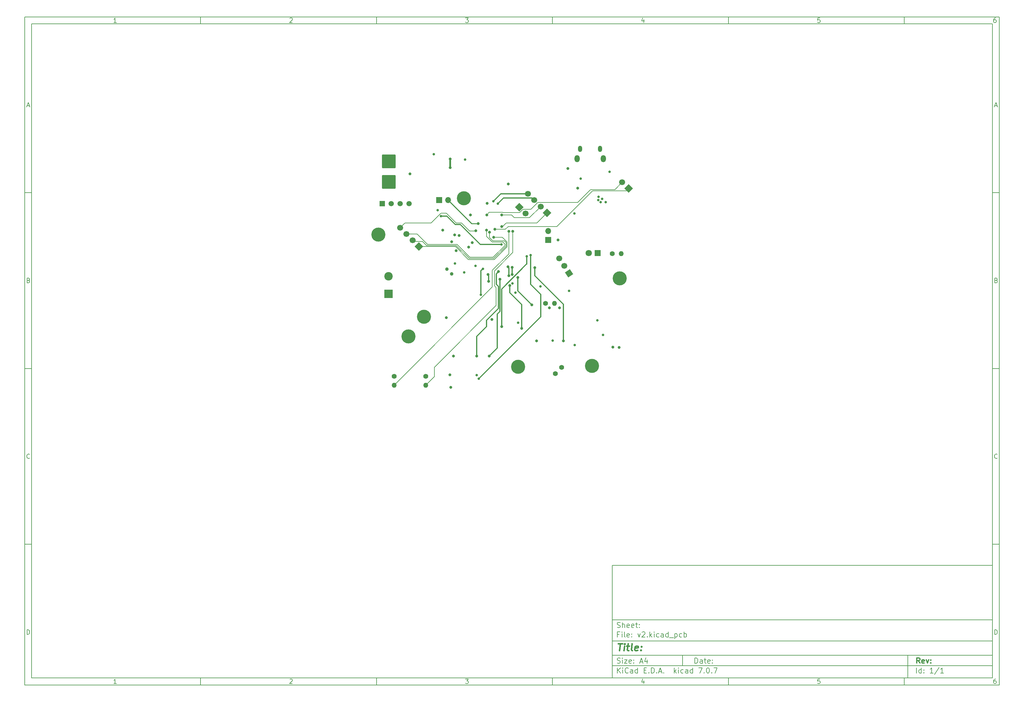
<source format=gbl>
%TF.GenerationSoftware,KiCad,Pcbnew,7.0.7*%
%TF.CreationDate,2024-09-06T13:37:17+03:00*%
%TF.ProjectId,v2,76322e6b-6963-4616-945f-706362585858,rev?*%
%TF.SameCoordinates,Original*%
%TF.FileFunction,Copper,L4,Bot*%
%TF.FilePolarity,Positive*%
%FSLAX46Y46*%
G04 Gerber Fmt 4.6, Leading zero omitted, Abs format (unit mm)*
G04 Created by KiCad (PCBNEW 7.0.7) date 2024-09-06 13:37:17*
%MOMM*%
%LPD*%
G01*
G04 APERTURE LIST*
G04 Aperture macros list*
%AMRoundRect*
0 Rectangle with rounded corners*
0 $1 Rounding radius*
0 $2 $3 $4 $5 $6 $7 $8 $9 X,Y pos of 4 corners*
0 Add a 4 corners polygon primitive as box body*
4,1,4,$2,$3,$4,$5,$6,$7,$8,$9,$2,$3,0*
0 Add four circle primitives for the rounded corners*
1,1,$1+$1,$2,$3*
1,1,$1+$1,$4,$5*
1,1,$1+$1,$6,$7*
1,1,$1+$1,$8,$9*
0 Add four rect primitives between the rounded corners*
20,1,$1+$1,$2,$3,$4,$5,0*
20,1,$1+$1,$4,$5,$6,$7,0*
20,1,$1+$1,$6,$7,$8,$9,0*
20,1,$1+$1,$8,$9,$2,$3,0*%
%AMHorizOval*
0 Thick line with rounded ends*
0 $1 width*
0 $2 $3 position (X,Y) of the first rounded end (center of the circle)*
0 $4 $5 position (X,Y) of the second rounded end (center of the circle)*
0 Add line between two ends*
20,1,$1,$2,$3,$4,$5,0*
0 Add two circle primitives to create the rounded ends*
1,1,$1,$2,$3*
1,1,$1,$4,$5*%
%AMRotRect*
0 Rectangle, with rotation*
0 The origin of the aperture is its center*
0 $1 length*
0 $2 width*
0 $3 Rotation angle, in degrees counterclockwise*
0 Add horizontal line*
21,1,$1,$2,0,0,$3*%
G04 Aperture macros list end*
%ADD10C,0.100000*%
%ADD11C,0.150000*%
%ADD12C,0.300000*%
%ADD13C,0.400000*%
%TA.AperFunction,ComponentPad*%
%ADD14RoundRect,0.250002X-1.699998X-1.699998X1.699998X-1.699998X1.699998X1.699998X-1.699998X1.699998X0*%
%TD*%
%TA.AperFunction,ComponentPad*%
%ADD15RotRect,1.700000X1.700000X225.000000*%
%TD*%
%TA.AperFunction,ComponentPad*%
%ADD16HorizOval,1.700000X0.000000X0.000000X0.000000X0.000000X0*%
%TD*%
%TA.AperFunction,ComponentPad*%
%ADD17C,1.400000*%
%TD*%
%TA.AperFunction,ComponentPad*%
%ADD18O,1.400000X1.400000*%
%TD*%
%TA.AperFunction,ComponentPad*%
%ADD19R,1.700000X1.700000*%
%TD*%
%TA.AperFunction,ComponentPad*%
%ADD20O,1.700000X1.700000*%
%TD*%
%TA.AperFunction,ComponentPad*%
%ADD21C,4.000000*%
%TD*%
%TA.AperFunction,ComponentPad*%
%ADD22RotRect,1.700000X1.700000X214.000000*%
%TD*%
%TA.AperFunction,ComponentPad*%
%ADD23HorizOval,1.700000X0.000000X0.000000X0.000000X0.000000X0*%
%TD*%
%TA.AperFunction,ComponentPad*%
%ADD24O,1.450000X2.000000*%
%TD*%
%TA.AperFunction,ComponentPad*%
%ADD25O,1.150000X1.800000*%
%TD*%
%TA.AperFunction,ComponentPad*%
%ADD26R,1.800000X1.800000*%
%TD*%
%TA.AperFunction,ComponentPad*%
%ADD27C,1.800000*%
%TD*%
%TA.AperFunction,ComponentPad*%
%ADD28R,2.400000X2.400000*%
%TD*%
%TA.AperFunction,ComponentPad*%
%ADD29C,2.400000*%
%TD*%
%TA.AperFunction,ComponentPad*%
%ADD30HorizOval,1.400000X0.000000X0.000000X0.000000X0.000000X0*%
%TD*%
%TA.AperFunction,ComponentPad*%
%ADD31C,1.000000*%
%TD*%
%TA.AperFunction,ComponentPad*%
%ADD32RotRect,1.700000X1.700000X45.000000*%
%TD*%
%TA.AperFunction,ComponentPad*%
%ADD33HorizOval,1.700000X0.000000X0.000000X0.000000X0.000000X0*%
%TD*%
%TA.AperFunction,ComponentPad*%
%ADD34R,1.500000X1.500000*%
%TD*%
%TA.AperFunction,ComponentPad*%
%ADD35C,1.500000*%
%TD*%
%TA.AperFunction,ViaPad*%
%ADD36C,0.700000*%
%TD*%
%TA.AperFunction,ViaPad*%
%ADD37C,0.800000*%
%TD*%
%TA.AperFunction,Conductor*%
%ADD38C,0.500000*%
%TD*%
%TA.AperFunction,Conductor*%
%ADD39C,0.250000*%
%TD*%
%TA.AperFunction,Conductor*%
%ADD40C,0.300000*%
%TD*%
%TA.AperFunction,Conductor*%
%ADD41C,0.200000*%
%TD*%
G04 APERTURE END LIST*
D10*
D11*
X177002200Y-166007200D02*
X285002200Y-166007200D01*
X285002200Y-198007200D01*
X177002200Y-198007200D01*
X177002200Y-166007200D01*
D10*
D11*
X10000000Y-10000000D02*
X287002200Y-10000000D01*
X287002200Y-200007200D01*
X10000000Y-200007200D01*
X10000000Y-10000000D01*
D10*
D11*
X12000000Y-12000000D02*
X285002200Y-12000000D01*
X285002200Y-198007200D01*
X12000000Y-198007200D01*
X12000000Y-12000000D01*
D10*
D11*
X60000000Y-12000000D02*
X60000000Y-10000000D01*
D10*
D11*
X110000000Y-12000000D02*
X110000000Y-10000000D01*
D10*
D11*
X160000000Y-12000000D02*
X160000000Y-10000000D01*
D10*
D11*
X210000000Y-12000000D02*
X210000000Y-10000000D01*
D10*
D11*
X260000000Y-12000000D02*
X260000000Y-10000000D01*
D10*
D11*
X36089160Y-11593604D02*
X35346303Y-11593604D01*
X35717731Y-11593604D02*
X35717731Y-10293604D01*
X35717731Y-10293604D02*
X35593922Y-10479319D01*
X35593922Y-10479319D02*
X35470112Y-10603128D01*
X35470112Y-10603128D02*
X35346303Y-10665033D01*
D10*
D11*
X85346303Y-10417414D02*
X85408207Y-10355509D01*
X85408207Y-10355509D02*
X85532017Y-10293604D01*
X85532017Y-10293604D02*
X85841541Y-10293604D01*
X85841541Y-10293604D02*
X85965350Y-10355509D01*
X85965350Y-10355509D02*
X86027255Y-10417414D01*
X86027255Y-10417414D02*
X86089160Y-10541223D01*
X86089160Y-10541223D02*
X86089160Y-10665033D01*
X86089160Y-10665033D02*
X86027255Y-10850747D01*
X86027255Y-10850747D02*
X85284398Y-11593604D01*
X85284398Y-11593604D02*
X86089160Y-11593604D01*
D10*
D11*
X135284398Y-10293604D02*
X136089160Y-10293604D01*
X136089160Y-10293604D02*
X135655826Y-10788842D01*
X135655826Y-10788842D02*
X135841541Y-10788842D01*
X135841541Y-10788842D02*
X135965350Y-10850747D01*
X135965350Y-10850747D02*
X136027255Y-10912652D01*
X136027255Y-10912652D02*
X136089160Y-11036461D01*
X136089160Y-11036461D02*
X136089160Y-11345985D01*
X136089160Y-11345985D02*
X136027255Y-11469795D01*
X136027255Y-11469795D02*
X135965350Y-11531700D01*
X135965350Y-11531700D02*
X135841541Y-11593604D01*
X135841541Y-11593604D02*
X135470112Y-11593604D01*
X135470112Y-11593604D02*
X135346303Y-11531700D01*
X135346303Y-11531700D02*
X135284398Y-11469795D01*
D10*
D11*
X185965350Y-10726938D02*
X185965350Y-11593604D01*
X185655826Y-10231700D02*
X185346303Y-11160271D01*
X185346303Y-11160271D02*
X186151064Y-11160271D01*
D10*
D11*
X236027255Y-10293604D02*
X235408207Y-10293604D01*
X235408207Y-10293604D02*
X235346303Y-10912652D01*
X235346303Y-10912652D02*
X235408207Y-10850747D01*
X235408207Y-10850747D02*
X235532017Y-10788842D01*
X235532017Y-10788842D02*
X235841541Y-10788842D01*
X235841541Y-10788842D02*
X235965350Y-10850747D01*
X235965350Y-10850747D02*
X236027255Y-10912652D01*
X236027255Y-10912652D02*
X236089160Y-11036461D01*
X236089160Y-11036461D02*
X236089160Y-11345985D01*
X236089160Y-11345985D02*
X236027255Y-11469795D01*
X236027255Y-11469795D02*
X235965350Y-11531700D01*
X235965350Y-11531700D02*
X235841541Y-11593604D01*
X235841541Y-11593604D02*
X235532017Y-11593604D01*
X235532017Y-11593604D02*
X235408207Y-11531700D01*
X235408207Y-11531700D02*
X235346303Y-11469795D01*
D10*
D11*
X285965350Y-10293604D02*
X285717731Y-10293604D01*
X285717731Y-10293604D02*
X285593922Y-10355509D01*
X285593922Y-10355509D02*
X285532017Y-10417414D01*
X285532017Y-10417414D02*
X285408207Y-10603128D01*
X285408207Y-10603128D02*
X285346303Y-10850747D01*
X285346303Y-10850747D02*
X285346303Y-11345985D01*
X285346303Y-11345985D02*
X285408207Y-11469795D01*
X285408207Y-11469795D02*
X285470112Y-11531700D01*
X285470112Y-11531700D02*
X285593922Y-11593604D01*
X285593922Y-11593604D02*
X285841541Y-11593604D01*
X285841541Y-11593604D02*
X285965350Y-11531700D01*
X285965350Y-11531700D02*
X286027255Y-11469795D01*
X286027255Y-11469795D02*
X286089160Y-11345985D01*
X286089160Y-11345985D02*
X286089160Y-11036461D01*
X286089160Y-11036461D02*
X286027255Y-10912652D01*
X286027255Y-10912652D02*
X285965350Y-10850747D01*
X285965350Y-10850747D02*
X285841541Y-10788842D01*
X285841541Y-10788842D02*
X285593922Y-10788842D01*
X285593922Y-10788842D02*
X285470112Y-10850747D01*
X285470112Y-10850747D02*
X285408207Y-10912652D01*
X285408207Y-10912652D02*
X285346303Y-11036461D01*
D10*
D11*
X60000000Y-198007200D02*
X60000000Y-200007200D01*
D10*
D11*
X110000000Y-198007200D02*
X110000000Y-200007200D01*
D10*
D11*
X160000000Y-198007200D02*
X160000000Y-200007200D01*
D10*
D11*
X210000000Y-198007200D02*
X210000000Y-200007200D01*
D10*
D11*
X260000000Y-198007200D02*
X260000000Y-200007200D01*
D10*
D11*
X36089160Y-199600804D02*
X35346303Y-199600804D01*
X35717731Y-199600804D02*
X35717731Y-198300804D01*
X35717731Y-198300804D02*
X35593922Y-198486519D01*
X35593922Y-198486519D02*
X35470112Y-198610328D01*
X35470112Y-198610328D02*
X35346303Y-198672233D01*
D10*
D11*
X85346303Y-198424614D02*
X85408207Y-198362709D01*
X85408207Y-198362709D02*
X85532017Y-198300804D01*
X85532017Y-198300804D02*
X85841541Y-198300804D01*
X85841541Y-198300804D02*
X85965350Y-198362709D01*
X85965350Y-198362709D02*
X86027255Y-198424614D01*
X86027255Y-198424614D02*
X86089160Y-198548423D01*
X86089160Y-198548423D02*
X86089160Y-198672233D01*
X86089160Y-198672233D02*
X86027255Y-198857947D01*
X86027255Y-198857947D02*
X85284398Y-199600804D01*
X85284398Y-199600804D02*
X86089160Y-199600804D01*
D10*
D11*
X135284398Y-198300804D02*
X136089160Y-198300804D01*
X136089160Y-198300804D02*
X135655826Y-198796042D01*
X135655826Y-198796042D02*
X135841541Y-198796042D01*
X135841541Y-198796042D02*
X135965350Y-198857947D01*
X135965350Y-198857947D02*
X136027255Y-198919852D01*
X136027255Y-198919852D02*
X136089160Y-199043661D01*
X136089160Y-199043661D02*
X136089160Y-199353185D01*
X136089160Y-199353185D02*
X136027255Y-199476995D01*
X136027255Y-199476995D02*
X135965350Y-199538900D01*
X135965350Y-199538900D02*
X135841541Y-199600804D01*
X135841541Y-199600804D02*
X135470112Y-199600804D01*
X135470112Y-199600804D02*
X135346303Y-199538900D01*
X135346303Y-199538900D02*
X135284398Y-199476995D01*
D10*
D11*
X185965350Y-198734138D02*
X185965350Y-199600804D01*
X185655826Y-198238900D02*
X185346303Y-199167471D01*
X185346303Y-199167471D02*
X186151064Y-199167471D01*
D10*
D11*
X236027255Y-198300804D02*
X235408207Y-198300804D01*
X235408207Y-198300804D02*
X235346303Y-198919852D01*
X235346303Y-198919852D02*
X235408207Y-198857947D01*
X235408207Y-198857947D02*
X235532017Y-198796042D01*
X235532017Y-198796042D02*
X235841541Y-198796042D01*
X235841541Y-198796042D02*
X235965350Y-198857947D01*
X235965350Y-198857947D02*
X236027255Y-198919852D01*
X236027255Y-198919852D02*
X236089160Y-199043661D01*
X236089160Y-199043661D02*
X236089160Y-199353185D01*
X236089160Y-199353185D02*
X236027255Y-199476995D01*
X236027255Y-199476995D02*
X235965350Y-199538900D01*
X235965350Y-199538900D02*
X235841541Y-199600804D01*
X235841541Y-199600804D02*
X235532017Y-199600804D01*
X235532017Y-199600804D02*
X235408207Y-199538900D01*
X235408207Y-199538900D02*
X235346303Y-199476995D01*
D10*
D11*
X285965350Y-198300804D02*
X285717731Y-198300804D01*
X285717731Y-198300804D02*
X285593922Y-198362709D01*
X285593922Y-198362709D02*
X285532017Y-198424614D01*
X285532017Y-198424614D02*
X285408207Y-198610328D01*
X285408207Y-198610328D02*
X285346303Y-198857947D01*
X285346303Y-198857947D02*
X285346303Y-199353185D01*
X285346303Y-199353185D02*
X285408207Y-199476995D01*
X285408207Y-199476995D02*
X285470112Y-199538900D01*
X285470112Y-199538900D02*
X285593922Y-199600804D01*
X285593922Y-199600804D02*
X285841541Y-199600804D01*
X285841541Y-199600804D02*
X285965350Y-199538900D01*
X285965350Y-199538900D02*
X286027255Y-199476995D01*
X286027255Y-199476995D02*
X286089160Y-199353185D01*
X286089160Y-199353185D02*
X286089160Y-199043661D01*
X286089160Y-199043661D02*
X286027255Y-198919852D01*
X286027255Y-198919852D02*
X285965350Y-198857947D01*
X285965350Y-198857947D02*
X285841541Y-198796042D01*
X285841541Y-198796042D02*
X285593922Y-198796042D01*
X285593922Y-198796042D02*
X285470112Y-198857947D01*
X285470112Y-198857947D02*
X285408207Y-198919852D01*
X285408207Y-198919852D02*
X285346303Y-199043661D01*
D10*
D11*
X10000000Y-60000000D02*
X12000000Y-60000000D01*
D10*
D11*
X10000000Y-110000000D02*
X12000000Y-110000000D01*
D10*
D11*
X10000000Y-160000000D02*
X12000000Y-160000000D01*
D10*
D11*
X10690476Y-35222176D02*
X11309523Y-35222176D01*
X10566666Y-35593604D02*
X10999999Y-34293604D01*
X10999999Y-34293604D02*
X11433333Y-35593604D01*
D10*
D11*
X11092857Y-84912652D02*
X11278571Y-84974557D01*
X11278571Y-84974557D02*
X11340476Y-85036461D01*
X11340476Y-85036461D02*
X11402380Y-85160271D01*
X11402380Y-85160271D02*
X11402380Y-85345985D01*
X11402380Y-85345985D02*
X11340476Y-85469795D01*
X11340476Y-85469795D02*
X11278571Y-85531700D01*
X11278571Y-85531700D02*
X11154761Y-85593604D01*
X11154761Y-85593604D02*
X10659523Y-85593604D01*
X10659523Y-85593604D02*
X10659523Y-84293604D01*
X10659523Y-84293604D02*
X11092857Y-84293604D01*
X11092857Y-84293604D02*
X11216666Y-84355509D01*
X11216666Y-84355509D02*
X11278571Y-84417414D01*
X11278571Y-84417414D02*
X11340476Y-84541223D01*
X11340476Y-84541223D02*
X11340476Y-84665033D01*
X11340476Y-84665033D02*
X11278571Y-84788842D01*
X11278571Y-84788842D02*
X11216666Y-84850747D01*
X11216666Y-84850747D02*
X11092857Y-84912652D01*
X11092857Y-84912652D02*
X10659523Y-84912652D01*
D10*
D11*
X11402380Y-135469795D02*
X11340476Y-135531700D01*
X11340476Y-135531700D02*
X11154761Y-135593604D01*
X11154761Y-135593604D02*
X11030952Y-135593604D01*
X11030952Y-135593604D02*
X10845238Y-135531700D01*
X10845238Y-135531700D02*
X10721428Y-135407890D01*
X10721428Y-135407890D02*
X10659523Y-135284080D01*
X10659523Y-135284080D02*
X10597619Y-135036461D01*
X10597619Y-135036461D02*
X10597619Y-134850747D01*
X10597619Y-134850747D02*
X10659523Y-134603128D01*
X10659523Y-134603128D02*
X10721428Y-134479319D01*
X10721428Y-134479319D02*
X10845238Y-134355509D01*
X10845238Y-134355509D02*
X11030952Y-134293604D01*
X11030952Y-134293604D02*
X11154761Y-134293604D01*
X11154761Y-134293604D02*
X11340476Y-134355509D01*
X11340476Y-134355509D02*
X11402380Y-134417414D01*
D10*
D11*
X10659523Y-185593604D02*
X10659523Y-184293604D01*
X10659523Y-184293604D02*
X10969047Y-184293604D01*
X10969047Y-184293604D02*
X11154761Y-184355509D01*
X11154761Y-184355509D02*
X11278571Y-184479319D01*
X11278571Y-184479319D02*
X11340476Y-184603128D01*
X11340476Y-184603128D02*
X11402380Y-184850747D01*
X11402380Y-184850747D02*
X11402380Y-185036461D01*
X11402380Y-185036461D02*
X11340476Y-185284080D01*
X11340476Y-185284080D02*
X11278571Y-185407890D01*
X11278571Y-185407890D02*
X11154761Y-185531700D01*
X11154761Y-185531700D02*
X10969047Y-185593604D01*
X10969047Y-185593604D02*
X10659523Y-185593604D01*
D10*
D11*
X287002200Y-60000000D02*
X285002200Y-60000000D01*
D10*
D11*
X287002200Y-110000000D02*
X285002200Y-110000000D01*
D10*
D11*
X287002200Y-160000000D02*
X285002200Y-160000000D01*
D10*
D11*
X285692676Y-35222176D02*
X286311723Y-35222176D01*
X285568866Y-35593604D02*
X286002199Y-34293604D01*
X286002199Y-34293604D02*
X286435533Y-35593604D01*
D10*
D11*
X286095057Y-84912652D02*
X286280771Y-84974557D01*
X286280771Y-84974557D02*
X286342676Y-85036461D01*
X286342676Y-85036461D02*
X286404580Y-85160271D01*
X286404580Y-85160271D02*
X286404580Y-85345985D01*
X286404580Y-85345985D02*
X286342676Y-85469795D01*
X286342676Y-85469795D02*
X286280771Y-85531700D01*
X286280771Y-85531700D02*
X286156961Y-85593604D01*
X286156961Y-85593604D02*
X285661723Y-85593604D01*
X285661723Y-85593604D02*
X285661723Y-84293604D01*
X285661723Y-84293604D02*
X286095057Y-84293604D01*
X286095057Y-84293604D02*
X286218866Y-84355509D01*
X286218866Y-84355509D02*
X286280771Y-84417414D01*
X286280771Y-84417414D02*
X286342676Y-84541223D01*
X286342676Y-84541223D02*
X286342676Y-84665033D01*
X286342676Y-84665033D02*
X286280771Y-84788842D01*
X286280771Y-84788842D02*
X286218866Y-84850747D01*
X286218866Y-84850747D02*
X286095057Y-84912652D01*
X286095057Y-84912652D02*
X285661723Y-84912652D01*
D10*
D11*
X286404580Y-135469795D02*
X286342676Y-135531700D01*
X286342676Y-135531700D02*
X286156961Y-135593604D01*
X286156961Y-135593604D02*
X286033152Y-135593604D01*
X286033152Y-135593604D02*
X285847438Y-135531700D01*
X285847438Y-135531700D02*
X285723628Y-135407890D01*
X285723628Y-135407890D02*
X285661723Y-135284080D01*
X285661723Y-135284080D02*
X285599819Y-135036461D01*
X285599819Y-135036461D02*
X285599819Y-134850747D01*
X285599819Y-134850747D02*
X285661723Y-134603128D01*
X285661723Y-134603128D02*
X285723628Y-134479319D01*
X285723628Y-134479319D02*
X285847438Y-134355509D01*
X285847438Y-134355509D02*
X286033152Y-134293604D01*
X286033152Y-134293604D02*
X286156961Y-134293604D01*
X286156961Y-134293604D02*
X286342676Y-134355509D01*
X286342676Y-134355509D02*
X286404580Y-134417414D01*
D10*
D11*
X285661723Y-185593604D02*
X285661723Y-184293604D01*
X285661723Y-184293604D02*
X285971247Y-184293604D01*
X285971247Y-184293604D02*
X286156961Y-184355509D01*
X286156961Y-184355509D02*
X286280771Y-184479319D01*
X286280771Y-184479319D02*
X286342676Y-184603128D01*
X286342676Y-184603128D02*
X286404580Y-184850747D01*
X286404580Y-184850747D02*
X286404580Y-185036461D01*
X286404580Y-185036461D02*
X286342676Y-185284080D01*
X286342676Y-185284080D02*
X286280771Y-185407890D01*
X286280771Y-185407890D02*
X286156961Y-185531700D01*
X286156961Y-185531700D02*
X285971247Y-185593604D01*
X285971247Y-185593604D02*
X285661723Y-185593604D01*
D10*
D11*
X200458026Y-193793328D02*
X200458026Y-192293328D01*
X200458026Y-192293328D02*
X200815169Y-192293328D01*
X200815169Y-192293328D02*
X201029455Y-192364757D01*
X201029455Y-192364757D02*
X201172312Y-192507614D01*
X201172312Y-192507614D02*
X201243741Y-192650471D01*
X201243741Y-192650471D02*
X201315169Y-192936185D01*
X201315169Y-192936185D02*
X201315169Y-193150471D01*
X201315169Y-193150471D02*
X201243741Y-193436185D01*
X201243741Y-193436185D02*
X201172312Y-193579042D01*
X201172312Y-193579042D02*
X201029455Y-193721900D01*
X201029455Y-193721900D02*
X200815169Y-193793328D01*
X200815169Y-193793328D02*
X200458026Y-193793328D01*
X202600884Y-193793328D02*
X202600884Y-193007614D01*
X202600884Y-193007614D02*
X202529455Y-192864757D01*
X202529455Y-192864757D02*
X202386598Y-192793328D01*
X202386598Y-192793328D02*
X202100884Y-192793328D01*
X202100884Y-192793328D02*
X201958026Y-192864757D01*
X202600884Y-193721900D02*
X202458026Y-193793328D01*
X202458026Y-193793328D02*
X202100884Y-193793328D01*
X202100884Y-193793328D02*
X201958026Y-193721900D01*
X201958026Y-193721900D02*
X201886598Y-193579042D01*
X201886598Y-193579042D02*
X201886598Y-193436185D01*
X201886598Y-193436185D02*
X201958026Y-193293328D01*
X201958026Y-193293328D02*
X202100884Y-193221900D01*
X202100884Y-193221900D02*
X202458026Y-193221900D01*
X202458026Y-193221900D02*
X202600884Y-193150471D01*
X203100884Y-192793328D02*
X203672312Y-192793328D01*
X203315169Y-192293328D02*
X203315169Y-193579042D01*
X203315169Y-193579042D02*
X203386598Y-193721900D01*
X203386598Y-193721900D02*
X203529455Y-193793328D01*
X203529455Y-193793328D02*
X203672312Y-193793328D01*
X204743741Y-193721900D02*
X204600884Y-193793328D01*
X204600884Y-193793328D02*
X204315170Y-193793328D01*
X204315170Y-193793328D02*
X204172312Y-193721900D01*
X204172312Y-193721900D02*
X204100884Y-193579042D01*
X204100884Y-193579042D02*
X204100884Y-193007614D01*
X204100884Y-193007614D02*
X204172312Y-192864757D01*
X204172312Y-192864757D02*
X204315170Y-192793328D01*
X204315170Y-192793328D02*
X204600884Y-192793328D01*
X204600884Y-192793328D02*
X204743741Y-192864757D01*
X204743741Y-192864757D02*
X204815170Y-193007614D01*
X204815170Y-193007614D02*
X204815170Y-193150471D01*
X204815170Y-193150471D02*
X204100884Y-193293328D01*
X205458026Y-193650471D02*
X205529455Y-193721900D01*
X205529455Y-193721900D02*
X205458026Y-193793328D01*
X205458026Y-193793328D02*
X205386598Y-193721900D01*
X205386598Y-193721900D02*
X205458026Y-193650471D01*
X205458026Y-193650471D02*
X205458026Y-193793328D01*
X205458026Y-192864757D02*
X205529455Y-192936185D01*
X205529455Y-192936185D02*
X205458026Y-193007614D01*
X205458026Y-193007614D02*
X205386598Y-192936185D01*
X205386598Y-192936185D02*
X205458026Y-192864757D01*
X205458026Y-192864757D02*
X205458026Y-193007614D01*
D10*
D11*
X177002200Y-194507200D02*
X285002200Y-194507200D01*
D10*
D11*
X178458026Y-196593328D02*
X178458026Y-195093328D01*
X179315169Y-196593328D02*
X178672312Y-195736185D01*
X179315169Y-195093328D02*
X178458026Y-195950471D01*
X179958026Y-196593328D02*
X179958026Y-195593328D01*
X179958026Y-195093328D02*
X179886598Y-195164757D01*
X179886598Y-195164757D02*
X179958026Y-195236185D01*
X179958026Y-195236185D02*
X180029455Y-195164757D01*
X180029455Y-195164757D02*
X179958026Y-195093328D01*
X179958026Y-195093328D02*
X179958026Y-195236185D01*
X181529455Y-196450471D02*
X181458027Y-196521900D01*
X181458027Y-196521900D02*
X181243741Y-196593328D01*
X181243741Y-196593328D02*
X181100884Y-196593328D01*
X181100884Y-196593328D02*
X180886598Y-196521900D01*
X180886598Y-196521900D02*
X180743741Y-196379042D01*
X180743741Y-196379042D02*
X180672312Y-196236185D01*
X180672312Y-196236185D02*
X180600884Y-195950471D01*
X180600884Y-195950471D02*
X180600884Y-195736185D01*
X180600884Y-195736185D02*
X180672312Y-195450471D01*
X180672312Y-195450471D02*
X180743741Y-195307614D01*
X180743741Y-195307614D02*
X180886598Y-195164757D01*
X180886598Y-195164757D02*
X181100884Y-195093328D01*
X181100884Y-195093328D02*
X181243741Y-195093328D01*
X181243741Y-195093328D02*
X181458027Y-195164757D01*
X181458027Y-195164757D02*
X181529455Y-195236185D01*
X182815170Y-196593328D02*
X182815170Y-195807614D01*
X182815170Y-195807614D02*
X182743741Y-195664757D01*
X182743741Y-195664757D02*
X182600884Y-195593328D01*
X182600884Y-195593328D02*
X182315170Y-195593328D01*
X182315170Y-195593328D02*
X182172312Y-195664757D01*
X182815170Y-196521900D02*
X182672312Y-196593328D01*
X182672312Y-196593328D02*
X182315170Y-196593328D01*
X182315170Y-196593328D02*
X182172312Y-196521900D01*
X182172312Y-196521900D02*
X182100884Y-196379042D01*
X182100884Y-196379042D02*
X182100884Y-196236185D01*
X182100884Y-196236185D02*
X182172312Y-196093328D01*
X182172312Y-196093328D02*
X182315170Y-196021900D01*
X182315170Y-196021900D02*
X182672312Y-196021900D01*
X182672312Y-196021900D02*
X182815170Y-195950471D01*
X184172313Y-196593328D02*
X184172313Y-195093328D01*
X184172313Y-196521900D02*
X184029455Y-196593328D01*
X184029455Y-196593328D02*
X183743741Y-196593328D01*
X183743741Y-196593328D02*
X183600884Y-196521900D01*
X183600884Y-196521900D02*
X183529455Y-196450471D01*
X183529455Y-196450471D02*
X183458027Y-196307614D01*
X183458027Y-196307614D02*
X183458027Y-195879042D01*
X183458027Y-195879042D02*
X183529455Y-195736185D01*
X183529455Y-195736185D02*
X183600884Y-195664757D01*
X183600884Y-195664757D02*
X183743741Y-195593328D01*
X183743741Y-195593328D02*
X184029455Y-195593328D01*
X184029455Y-195593328D02*
X184172313Y-195664757D01*
X186029455Y-195807614D02*
X186529455Y-195807614D01*
X186743741Y-196593328D02*
X186029455Y-196593328D01*
X186029455Y-196593328D02*
X186029455Y-195093328D01*
X186029455Y-195093328D02*
X186743741Y-195093328D01*
X187386598Y-196450471D02*
X187458027Y-196521900D01*
X187458027Y-196521900D02*
X187386598Y-196593328D01*
X187386598Y-196593328D02*
X187315170Y-196521900D01*
X187315170Y-196521900D02*
X187386598Y-196450471D01*
X187386598Y-196450471D02*
X187386598Y-196593328D01*
X188100884Y-196593328D02*
X188100884Y-195093328D01*
X188100884Y-195093328D02*
X188458027Y-195093328D01*
X188458027Y-195093328D02*
X188672313Y-195164757D01*
X188672313Y-195164757D02*
X188815170Y-195307614D01*
X188815170Y-195307614D02*
X188886599Y-195450471D01*
X188886599Y-195450471D02*
X188958027Y-195736185D01*
X188958027Y-195736185D02*
X188958027Y-195950471D01*
X188958027Y-195950471D02*
X188886599Y-196236185D01*
X188886599Y-196236185D02*
X188815170Y-196379042D01*
X188815170Y-196379042D02*
X188672313Y-196521900D01*
X188672313Y-196521900D02*
X188458027Y-196593328D01*
X188458027Y-196593328D02*
X188100884Y-196593328D01*
X189600884Y-196450471D02*
X189672313Y-196521900D01*
X189672313Y-196521900D02*
X189600884Y-196593328D01*
X189600884Y-196593328D02*
X189529456Y-196521900D01*
X189529456Y-196521900D02*
X189600884Y-196450471D01*
X189600884Y-196450471D02*
X189600884Y-196593328D01*
X190243742Y-196164757D02*
X190958028Y-196164757D01*
X190100885Y-196593328D02*
X190600885Y-195093328D01*
X190600885Y-195093328D02*
X191100885Y-196593328D01*
X191600884Y-196450471D02*
X191672313Y-196521900D01*
X191672313Y-196521900D02*
X191600884Y-196593328D01*
X191600884Y-196593328D02*
X191529456Y-196521900D01*
X191529456Y-196521900D02*
X191600884Y-196450471D01*
X191600884Y-196450471D02*
X191600884Y-196593328D01*
X194600884Y-196593328D02*
X194600884Y-195093328D01*
X194743742Y-196021900D02*
X195172313Y-196593328D01*
X195172313Y-195593328D02*
X194600884Y-196164757D01*
X195815170Y-196593328D02*
X195815170Y-195593328D01*
X195815170Y-195093328D02*
X195743742Y-195164757D01*
X195743742Y-195164757D02*
X195815170Y-195236185D01*
X195815170Y-195236185D02*
X195886599Y-195164757D01*
X195886599Y-195164757D02*
X195815170Y-195093328D01*
X195815170Y-195093328D02*
X195815170Y-195236185D01*
X197172314Y-196521900D02*
X197029456Y-196593328D01*
X197029456Y-196593328D02*
X196743742Y-196593328D01*
X196743742Y-196593328D02*
X196600885Y-196521900D01*
X196600885Y-196521900D02*
X196529456Y-196450471D01*
X196529456Y-196450471D02*
X196458028Y-196307614D01*
X196458028Y-196307614D02*
X196458028Y-195879042D01*
X196458028Y-195879042D02*
X196529456Y-195736185D01*
X196529456Y-195736185D02*
X196600885Y-195664757D01*
X196600885Y-195664757D02*
X196743742Y-195593328D01*
X196743742Y-195593328D02*
X197029456Y-195593328D01*
X197029456Y-195593328D02*
X197172314Y-195664757D01*
X198458028Y-196593328D02*
X198458028Y-195807614D01*
X198458028Y-195807614D02*
X198386599Y-195664757D01*
X198386599Y-195664757D02*
X198243742Y-195593328D01*
X198243742Y-195593328D02*
X197958028Y-195593328D01*
X197958028Y-195593328D02*
X197815170Y-195664757D01*
X198458028Y-196521900D02*
X198315170Y-196593328D01*
X198315170Y-196593328D02*
X197958028Y-196593328D01*
X197958028Y-196593328D02*
X197815170Y-196521900D01*
X197815170Y-196521900D02*
X197743742Y-196379042D01*
X197743742Y-196379042D02*
X197743742Y-196236185D01*
X197743742Y-196236185D02*
X197815170Y-196093328D01*
X197815170Y-196093328D02*
X197958028Y-196021900D01*
X197958028Y-196021900D02*
X198315170Y-196021900D01*
X198315170Y-196021900D02*
X198458028Y-195950471D01*
X199815171Y-196593328D02*
X199815171Y-195093328D01*
X199815171Y-196521900D02*
X199672313Y-196593328D01*
X199672313Y-196593328D02*
X199386599Y-196593328D01*
X199386599Y-196593328D02*
X199243742Y-196521900D01*
X199243742Y-196521900D02*
X199172313Y-196450471D01*
X199172313Y-196450471D02*
X199100885Y-196307614D01*
X199100885Y-196307614D02*
X199100885Y-195879042D01*
X199100885Y-195879042D02*
X199172313Y-195736185D01*
X199172313Y-195736185D02*
X199243742Y-195664757D01*
X199243742Y-195664757D02*
X199386599Y-195593328D01*
X199386599Y-195593328D02*
X199672313Y-195593328D01*
X199672313Y-195593328D02*
X199815171Y-195664757D01*
X201529456Y-195093328D02*
X202529456Y-195093328D01*
X202529456Y-195093328D02*
X201886599Y-196593328D01*
X203100884Y-196450471D02*
X203172313Y-196521900D01*
X203172313Y-196521900D02*
X203100884Y-196593328D01*
X203100884Y-196593328D02*
X203029456Y-196521900D01*
X203029456Y-196521900D02*
X203100884Y-196450471D01*
X203100884Y-196450471D02*
X203100884Y-196593328D01*
X204100885Y-195093328D02*
X204243742Y-195093328D01*
X204243742Y-195093328D02*
X204386599Y-195164757D01*
X204386599Y-195164757D02*
X204458028Y-195236185D01*
X204458028Y-195236185D02*
X204529456Y-195379042D01*
X204529456Y-195379042D02*
X204600885Y-195664757D01*
X204600885Y-195664757D02*
X204600885Y-196021900D01*
X204600885Y-196021900D02*
X204529456Y-196307614D01*
X204529456Y-196307614D02*
X204458028Y-196450471D01*
X204458028Y-196450471D02*
X204386599Y-196521900D01*
X204386599Y-196521900D02*
X204243742Y-196593328D01*
X204243742Y-196593328D02*
X204100885Y-196593328D01*
X204100885Y-196593328D02*
X203958028Y-196521900D01*
X203958028Y-196521900D02*
X203886599Y-196450471D01*
X203886599Y-196450471D02*
X203815170Y-196307614D01*
X203815170Y-196307614D02*
X203743742Y-196021900D01*
X203743742Y-196021900D02*
X203743742Y-195664757D01*
X203743742Y-195664757D02*
X203815170Y-195379042D01*
X203815170Y-195379042D02*
X203886599Y-195236185D01*
X203886599Y-195236185D02*
X203958028Y-195164757D01*
X203958028Y-195164757D02*
X204100885Y-195093328D01*
X205243741Y-196450471D02*
X205315170Y-196521900D01*
X205315170Y-196521900D02*
X205243741Y-196593328D01*
X205243741Y-196593328D02*
X205172313Y-196521900D01*
X205172313Y-196521900D02*
X205243741Y-196450471D01*
X205243741Y-196450471D02*
X205243741Y-196593328D01*
X205815170Y-195093328D02*
X206815170Y-195093328D01*
X206815170Y-195093328D02*
X206172313Y-196593328D01*
D10*
D11*
X177002200Y-191507200D02*
X285002200Y-191507200D01*
D10*
D12*
X264413853Y-193785528D02*
X263913853Y-193071242D01*
X263556710Y-193785528D02*
X263556710Y-192285528D01*
X263556710Y-192285528D02*
X264128139Y-192285528D01*
X264128139Y-192285528D02*
X264270996Y-192356957D01*
X264270996Y-192356957D02*
X264342425Y-192428385D01*
X264342425Y-192428385D02*
X264413853Y-192571242D01*
X264413853Y-192571242D02*
X264413853Y-192785528D01*
X264413853Y-192785528D02*
X264342425Y-192928385D01*
X264342425Y-192928385D02*
X264270996Y-192999814D01*
X264270996Y-192999814D02*
X264128139Y-193071242D01*
X264128139Y-193071242D02*
X263556710Y-193071242D01*
X265628139Y-193714100D02*
X265485282Y-193785528D01*
X265485282Y-193785528D02*
X265199568Y-193785528D01*
X265199568Y-193785528D02*
X265056710Y-193714100D01*
X265056710Y-193714100D02*
X264985282Y-193571242D01*
X264985282Y-193571242D02*
X264985282Y-192999814D01*
X264985282Y-192999814D02*
X265056710Y-192856957D01*
X265056710Y-192856957D02*
X265199568Y-192785528D01*
X265199568Y-192785528D02*
X265485282Y-192785528D01*
X265485282Y-192785528D02*
X265628139Y-192856957D01*
X265628139Y-192856957D02*
X265699568Y-192999814D01*
X265699568Y-192999814D02*
X265699568Y-193142671D01*
X265699568Y-193142671D02*
X264985282Y-193285528D01*
X266199567Y-192785528D02*
X266556710Y-193785528D01*
X266556710Y-193785528D02*
X266913853Y-192785528D01*
X267485281Y-193642671D02*
X267556710Y-193714100D01*
X267556710Y-193714100D02*
X267485281Y-193785528D01*
X267485281Y-193785528D02*
X267413853Y-193714100D01*
X267413853Y-193714100D02*
X267485281Y-193642671D01*
X267485281Y-193642671D02*
X267485281Y-193785528D01*
X267485281Y-192856957D02*
X267556710Y-192928385D01*
X267556710Y-192928385D02*
X267485281Y-192999814D01*
X267485281Y-192999814D02*
X267413853Y-192928385D01*
X267413853Y-192928385D02*
X267485281Y-192856957D01*
X267485281Y-192856957D02*
X267485281Y-192999814D01*
D10*
D11*
X178386598Y-193721900D02*
X178600884Y-193793328D01*
X178600884Y-193793328D02*
X178958026Y-193793328D01*
X178958026Y-193793328D02*
X179100884Y-193721900D01*
X179100884Y-193721900D02*
X179172312Y-193650471D01*
X179172312Y-193650471D02*
X179243741Y-193507614D01*
X179243741Y-193507614D02*
X179243741Y-193364757D01*
X179243741Y-193364757D02*
X179172312Y-193221900D01*
X179172312Y-193221900D02*
X179100884Y-193150471D01*
X179100884Y-193150471D02*
X178958026Y-193079042D01*
X178958026Y-193079042D02*
X178672312Y-193007614D01*
X178672312Y-193007614D02*
X178529455Y-192936185D01*
X178529455Y-192936185D02*
X178458026Y-192864757D01*
X178458026Y-192864757D02*
X178386598Y-192721900D01*
X178386598Y-192721900D02*
X178386598Y-192579042D01*
X178386598Y-192579042D02*
X178458026Y-192436185D01*
X178458026Y-192436185D02*
X178529455Y-192364757D01*
X178529455Y-192364757D02*
X178672312Y-192293328D01*
X178672312Y-192293328D02*
X179029455Y-192293328D01*
X179029455Y-192293328D02*
X179243741Y-192364757D01*
X179886597Y-193793328D02*
X179886597Y-192793328D01*
X179886597Y-192293328D02*
X179815169Y-192364757D01*
X179815169Y-192364757D02*
X179886597Y-192436185D01*
X179886597Y-192436185D02*
X179958026Y-192364757D01*
X179958026Y-192364757D02*
X179886597Y-192293328D01*
X179886597Y-192293328D02*
X179886597Y-192436185D01*
X180458026Y-192793328D02*
X181243741Y-192793328D01*
X181243741Y-192793328D02*
X180458026Y-193793328D01*
X180458026Y-193793328D02*
X181243741Y-193793328D01*
X182386598Y-193721900D02*
X182243741Y-193793328D01*
X182243741Y-193793328D02*
X181958027Y-193793328D01*
X181958027Y-193793328D02*
X181815169Y-193721900D01*
X181815169Y-193721900D02*
X181743741Y-193579042D01*
X181743741Y-193579042D02*
X181743741Y-193007614D01*
X181743741Y-193007614D02*
X181815169Y-192864757D01*
X181815169Y-192864757D02*
X181958027Y-192793328D01*
X181958027Y-192793328D02*
X182243741Y-192793328D01*
X182243741Y-192793328D02*
X182386598Y-192864757D01*
X182386598Y-192864757D02*
X182458027Y-193007614D01*
X182458027Y-193007614D02*
X182458027Y-193150471D01*
X182458027Y-193150471D02*
X181743741Y-193293328D01*
X183100883Y-193650471D02*
X183172312Y-193721900D01*
X183172312Y-193721900D02*
X183100883Y-193793328D01*
X183100883Y-193793328D02*
X183029455Y-193721900D01*
X183029455Y-193721900D02*
X183100883Y-193650471D01*
X183100883Y-193650471D02*
X183100883Y-193793328D01*
X183100883Y-192864757D02*
X183172312Y-192936185D01*
X183172312Y-192936185D02*
X183100883Y-193007614D01*
X183100883Y-193007614D02*
X183029455Y-192936185D01*
X183029455Y-192936185D02*
X183100883Y-192864757D01*
X183100883Y-192864757D02*
X183100883Y-193007614D01*
X184886598Y-193364757D02*
X185600884Y-193364757D01*
X184743741Y-193793328D02*
X185243741Y-192293328D01*
X185243741Y-192293328D02*
X185743741Y-193793328D01*
X186886598Y-192793328D02*
X186886598Y-193793328D01*
X186529455Y-192221900D02*
X186172312Y-193293328D01*
X186172312Y-193293328D02*
X187100883Y-193293328D01*
D10*
D11*
X263458026Y-196593328D02*
X263458026Y-195093328D01*
X264815170Y-196593328D02*
X264815170Y-195093328D01*
X264815170Y-196521900D02*
X264672312Y-196593328D01*
X264672312Y-196593328D02*
X264386598Y-196593328D01*
X264386598Y-196593328D02*
X264243741Y-196521900D01*
X264243741Y-196521900D02*
X264172312Y-196450471D01*
X264172312Y-196450471D02*
X264100884Y-196307614D01*
X264100884Y-196307614D02*
X264100884Y-195879042D01*
X264100884Y-195879042D02*
X264172312Y-195736185D01*
X264172312Y-195736185D02*
X264243741Y-195664757D01*
X264243741Y-195664757D02*
X264386598Y-195593328D01*
X264386598Y-195593328D02*
X264672312Y-195593328D01*
X264672312Y-195593328D02*
X264815170Y-195664757D01*
X265529455Y-196450471D02*
X265600884Y-196521900D01*
X265600884Y-196521900D02*
X265529455Y-196593328D01*
X265529455Y-196593328D02*
X265458027Y-196521900D01*
X265458027Y-196521900D02*
X265529455Y-196450471D01*
X265529455Y-196450471D02*
X265529455Y-196593328D01*
X265529455Y-195664757D02*
X265600884Y-195736185D01*
X265600884Y-195736185D02*
X265529455Y-195807614D01*
X265529455Y-195807614D02*
X265458027Y-195736185D01*
X265458027Y-195736185D02*
X265529455Y-195664757D01*
X265529455Y-195664757D02*
X265529455Y-195807614D01*
X268172313Y-196593328D02*
X267315170Y-196593328D01*
X267743741Y-196593328D02*
X267743741Y-195093328D01*
X267743741Y-195093328D02*
X267600884Y-195307614D01*
X267600884Y-195307614D02*
X267458027Y-195450471D01*
X267458027Y-195450471D02*
X267315170Y-195521900D01*
X269886598Y-195021900D02*
X268600884Y-196950471D01*
X271172313Y-196593328D02*
X270315170Y-196593328D01*
X270743741Y-196593328D02*
X270743741Y-195093328D01*
X270743741Y-195093328D02*
X270600884Y-195307614D01*
X270600884Y-195307614D02*
X270458027Y-195450471D01*
X270458027Y-195450471D02*
X270315170Y-195521900D01*
D10*
D11*
X177002200Y-187507200D02*
X285002200Y-187507200D01*
D10*
D13*
X178693928Y-188211638D02*
X179836785Y-188211638D01*
X179015357Y-190211638D02*
X179265357Y-188211638D01*
X180253452Y-190211638D02*
X180420119Y-188878304D01*
X180503452Y-188211638D02*
X180396309Y-188306876D01*
X180396309Y-188306876D02*
X180479643Y-188402114D01*
X180479643Y-188402114D02*
X180586786Y-188306876D01*
X180586786Y-188306876D02*
X180503452Y-188211638D01*
X180503452Y-188211638D02*
X180479643Y-188402114D01*
X181086786Y-188878304D02*
X181848690Y-188878304D01*
X181455833Y-188211638D02*
X181241548Y-189925923D01*
X181241548Y-189925923D02*
X181312976Y-190116400D01*
X181312976Y-190116400D02*
X181491548Y-190211638D01*
X181491548Y-190211638D02*
X181682024Y-190211638D01*
X182634405Y-190211638D02*
X182455833Y-190116400D01*
X182455833Y-190116400D02*
X182384405Y-189925923D01*
X182384405Y-189925923D02*
X182598690Y-188211638D01*
X184170119Y-190116400D02*
X183967738Y-190211638D01*
X183967738Y-190211638D02*
X183586785Y-190211638D01*
X183586785Y-190211638D02*
X183408214Y-190116400D01*
X183408214Y-190116400D02*
X183336785Y-189925923D01*
X183336785Y-189925923D02*
X183432024Y-189164019D01*
X183432024Y-189164019D02*
X183551071Y-188973542D01*
X183551071Y-188973542D02*
X183753452Y-188878304D01*
X183753452Y-188878304D02*
X184134404Y-188878304D01*
X184134404Y-188878304D02*
X184312976Y-188973542D01*
X184312976Y-188973542D02*
X184384404Y-189164019D01*
X184384404Y-189164019D02*
X184360595Y-189354495D01*
X184360595Y-189354495D02*
X183384404Y-189544971D01*
X185134405Y-190021161D02*
X185217738Y-190116400D01*
X185217738Y-190116400D02*
X185110595Y-190211638D01*
X185110595Y-190211638D02*
X185027262Y-190116400D01*
X185027262Y-190116400D02*
X185134405Y-190021161D01*
X185134405Y-190021161D02*
X185110595Y-190211638D01*
X185265357Y-188973542D02*
X185348690Y-189068780D01*
X185348690Y-189068780D02*
X185241548Y-189164019D01*
X185241548Y-189164019D02*
X185158214Y-189068780D01*
X185158214Y-189068780D02*
X185265357Y-188973542D01*
X185265357Y-188973542D02*
X185241548Y-189164019D01*
D10*
D11*
X178958026Y-185607614D02*
X178458026Y-185607614D01*
X178458026Y-186393328D02*
X178458026Y-184893328D01*
X178458026Y-184893328D02*
X179172312Y-184893328D01*
X179743740Y-186393328D02*
X179743740Y-185393328D01*
X179743740Y-184893328D02*
X179672312Y-184964757D01*
X179672312Y-184964757D02*
X179743740Y-185036185D01*
X179743740Y-185036185D02*
X179815169Y-184964757D01*
X179815169Y-184964757D02*
X179743740Y-184893328D01*
X179743740Y-184893328D02*
X179743740Y-185036185D01*
X180672312Y-186393328D02*
X180529455Y-186321900D01*
X180529455Y-186321900D02*
X180458026Y-186179042D01*
X180458026Y-186179042D02*
X180458026Y-184893328D01*
X181815169Y-186321900D02*
X181672312Y-186393328D01*
X181672312Y-186393328D02*
X181386598Y-186393328D01*
X181386598Y-186393328D02*
X181243740Y-186321900D01*
X181243740Y-186321900D02*
X181172312Y-186179042D01*
X181172312Y-186179042D02*
X181172312Y-185607614D01*
X181172312Y-185607614D02*
X181243740Y-185464757D01*
X181243740Y-185464757D02*
X181386598Y-185393328D01*
X181386598Y-185393328D02*
X181672312Y-185393328D01*
X181672312Y-185393328D02*
X181815169Y-185464757D01*
X181815169Y-185464757D02*
X181886598Y-185607614D01*
X181886598Y-185607614D02*
X181886598Y-185750471D01*
X181886598Y-185750471D02*
X181172312Y-185893328D01*
X182529454Y-186250471D02*
X182600883Y-186321900D01*
X182600883Y-186321900D02*
X182529454Y-186393328D01*
X182529454Y-186393328D02*
X182458026Y-186321900D01*
X182458026Y-186321900D02*
X182529454Y-186250471D01*
X182529454Y-186250471D02*
X182529454Y-186393328D01*
X182529454Y-185464757D02*
X182600883Y-185536185D01*
X182600883Y-185536185D02*
X182529454Y-185607614D01*
X182529454Y-185607614D02*
X182458026Y-185536185D01*
X182458026Y-185536185D02*
X182529454Y-185464757D01*
X182529454Y-185464757D02*
X182529454Y-185607614D01*
X184243740Y-185393328D02*
X184600883Y-186393328D01*
X184600883Y-186393328D02*
X184958026Y-185393328D01*
X185458026Y-185036185D02*
X185529454Y-184964757D01*
X185529454Y-184964757D02*
X185672312Y-184893328D01*
X185672312Y-184893328D02*
X186029454Y-184893328D01*
X186029454Y-184893328D02*
X186172312Y-184964757D01*
X186172312Y-184964757D02*
X186243740Y-185036185D01*
X186243740Y-185036185D02*
X186315169Y-185179042D01*
X186315169Y-185179042D02*
X186315169Y-185321900D01*
X186315169Y-185321900D02*
X186243740Y-185536185D01*
X186243740Y-185536185D02*
X185386597Y-186393328D01*
X185386597Y-186393328D02*
X186315169Y-186393328D01*
X186958025Y-186250471D02*
X187029454Y-186321900D01*
X187029454Y-186321900D02*
X186958025Y-186393328D01*
X186958025Y-186393328D02*
X186886597Y-186321900D01*
X186886597Y-186321900D02*
X186958025Y-186250471D01*
X186958025Y-186250471D02*
X186958025Y-186393328D01*
X187672311Y-186393328D02*
X187672311Y-184893328D01*
X187815169Y-185821900D02*
X188243740Y-186393328D01*
X188243740Y-185393328D02*
X187672311Y-185964757D01*
X188886597Y-186393328D02*
X188886597Y-185393328D01*
X188886597Y-184893328D02*
X188815169Y-184964757D01*
X188815169Y-184964757D02*
X188886597Y-185036185D01*
X188886597Y-185036185D02*
X188958026Y-184964757D01*
X188958026Y-184964757D02*
X188886597Y-184893328D01*
X188886597Y-184893328D02*
X188886597Y-185036185D01*
X190243741Y-186321900D02*
X190100883Y-186393328D01*
X190100883Y-186393328D02*
X189815169Y-186393328D01*
X189815169Y-186393328D02*
X189672312Y-186321900D01*
X189672312Y-186321900D02*
X189600883Y-186250471D01*
X189600883Y-186250471D02*
X189529455Y-186107614D01*
X189529455Y-186107614D02*
X189529455Y-185679042D01*
X189529455Y-185679042D02*
X189600883Y-185536185D01*
X189600883Y-185536185D02*
X189672312Y-185464757D01*
X189672312Y-185464757D02*
X189815169Y-185393328D01*
X189815169Y-185393328D02*
X190100883Y-185393328D01*
X190100883Y-185393328D02*
X190243741Y-185464757D01*
X191529455Y-186393328D02*
X191529455Y-185607614D01*
X191529455Y-185607614D02*
X191458026Y-185464757D01*
X191458026Y-185464757D02*
X191315169Y-185393328D01*
X191315169Y-185393328D02*
X191029455Y-185393328D01*
X191029455Y-185393328D02*
X190886597Y-185464757D01*
X191529455Y-186321900D02*
X191386597Y-186393328D01*
X191386597Y-186393328D02*
X191029455Y-186393328D01*
X191029455Y-186393328D02*
X190886597Y-186321900D01*
X190886597Y-186321900D02*
X190815169Y-186179042D01*
X190815169Y-186179042D02*
X190815169Y-186036185D01*
X190815169Y-186036185D02*
X190886597Y-185893328D01*
X190886597Y-185893328D02*
X191029455Y-185821900D01*
X191029455Y-185821900D02*
X191386597Y-185821900D01*
X191386597Y-185821900D02*
X191529455Y-185750471D01*
X192886598Y-186393328D02*
X192886598Y-184893328D01*
X192886598Y-186321900D02*
X192743740Y-186393328D01*
X192743740Y-186393328D02*
X192458026Y-186393328D01*
X192458026Y-186393328D02*
X192315169Y-186321900D01*
X192315169Y-186321900D02*
X192243740Y-186250471D01*
X192243740Y-186250471D02*
X192172312Y-186107614D01*
X192172312Y-186107614D02*
X192172312Y-185679042D01*
X192172312Y-185679042D02*
X192243740Y-185536185D01*
X192243740Y-185536185D02*
X192315169Y-185464757D01*
X192315169Y-185464757D02*
X192458026Y-185393328D01*
X192458026Y-185393328D02*
X192743740Y-185393328D01*
X192743740Y-185393328D02*
X192886598Y-185464757D01*
X193243741Y-186536185D02*
X194386598Y-186536185D01*
X194743740Y-185393328D02*
X194743740Y-186893328D01*
X194743740Y-185464757D02*
X194886598Y-185393328D01*
X194886598Y-185393328D02*
X195172312Y-185393328D01*
X195172312Y-185393328D02*
X195315169Y-185464757D01*
X195315169Y-185464757D02*
X195386598Y-185536185D01*
X195386598Y-185536185D02*
X195458026Y-185679042D01*
X195458026Y-185679042D02*
X195458026Y-186107614D01*
X195458026Y-186107614D02*
X195386598Y-186250471D01*
X195386598Y-186250471D02*
X195315169Y-186321900D01*
X195315169Y-186321900D02*
X195172312Y-186393328D01*
X195172312Y-186393328D02*
X194886598Y-186393328D01*
X194886598Y-186393328D02*
X194743740Y-186321900D01*
X196743741Y-186321900D02*
X196600883Y-186393328D01*
X196600883Y-186393328D02*
X196315169Y-186393328D01*
X196315169Y-186393328D02*
X196172312Y-186321900D01*
X196172312Y-186321900D02*
X196100883Y-186250471D01*
X196100883Y-186250471D02*
X196029455Y-186107614D01*
X196029455Y-186107614D02*
X196029455Y-185679042D01*
X196029455Y-185679042D02*
X196100883Y-185536185D01*
X196100883Y-185536185D02*
X196172312Y-185464757D01*
X196172312Y-185464757D02*
X196315169Y-185393328D01*
X196315169Y-185393328D02*
X196600883Y-185393328D01*
X196600883Y-185393328D02*
X196743741Y-185464757D01*
X197386597Y-186393328D02*
X197386597Y-184893328D01*
X197386597Y-185464757D02*
X197529455Y-185393328D01*
X197529455Y-185393328D02*
X197815169Y-185393328D01*
X197815169Y-185393328D02*
X197958026Y-185464757D01*
X197958026Y-185464757D02*
X198029455Y-185536185D01*
X198029455Y-185536185D02*
X198100883Y-185679042D01*
X198100883Y-185679042D02*
X198100883Y-186107614D01*
X198100883Y-186107614D02*
X198029455Y-186250471D01*
X198029455Y-186250471D02*
X197958026Y-186321900D01*
X197958026Y-186321900D02*
X197815169Y-186393328D01*
X197815169Y-186393328D02*
X197529455Y-186393328D01*
X197529455Y-186393328D02*
X197386597Y-186321900D01*
D10*
D11*
X177002200Y-181507200D02*
X285002200Y-181507200D01*
D10*
D11*
X178386598Y-183621900D02*
X178600884Y-183693328D01*
X178600884Y-183693328D02*
X178958026Y-183693328D01*
X178958026Y-183693328D02*
X179100884Y-183621900D01*
X179100884Y-183621900D02*
X179172312Y-183550471D01*
X179172312Y-183550471D02*
X179243741Y-183407614D01*
X179243741Y-183407614D02*
X179243741Y-183264757D01*
X179243741Y-183264757D02*
X179172312Y-183121900D01*
X179172312Y-183121900D02*
X179100884Y-183050471D01*
X179100884Y-183050471D02*
X178958026Y-182979042D01*
X178958026Y-182979042D02*
X178672312Y-182907614D01*
X178672312Y-182907614D02*
X178529455Y-182836185D01*
X178529455Y-182836185D02*
X178458026Y-182764757D01*
X178458026Y-182764757D02*
X178386598Y-182621900D01*
X178386598Y-182621900D02*
X178386598Y-182479042D01*
X178386598Y-182479042D02*
X178458026Y-182336185D01*
X178458026Y-182336185D02*
X178529455Y-182264757D01*
X178529455Y-182264757D02*
X178672312Y-182193328D01*
X178672312Y-182193328D02*
X179029455Y-182193328D01*
X179029455Y-182193328D02*
X179243741Y-182264757D01*
X179886597Y-183693328D02*
X179886597Y-182193328D01*
X180529455Y-183693328D02*
X180529455Y-182907614D01*
X180529455Y-182907614D02*
X180458026Y-182764757D01*
X180458026Y-182764757D02*
X180315169Y-182693328D01*
X180315169Y-182693328D02*
X180100883Y-182693328D01*
X180100883Y-182693328D02*
X179958026Y-182764757D01*
X179958026Y-182764757D02*
X179886597Y-182836185D01*
X181815169Y-183621900D02*
X181672312Y-183693328D01*
X181672312Y-183693328D02*
X181386598Y-183693328D01*
X181386598Y-183693328D02*
X181243740Y-183621900D01*
X181243740Y-183621900D02*
X181172312Y-183479042D01*
X181172312Y-183479042D02*
X181172312Y-182907614D01*
X181172312Y-182907614D02*
X181243740Y-182764757D01*
X181243740Y-182764757D02*
X181386598Y-182693328D01*
X181386598Y-182693328D02*
X181672312Y-182693328D01*
X181672312Y-182693328D02*
X181815169Y-182764757D01*
X181815169Y-182764757D02*
X181886598Y-182907614D01*
X181886598Y-182907614D02*
X181886598Y-183050471D01*
X181886598Y-183050471D02*
X181172312Y-183193328D01*
X183100883Y-183621900D02*
X182958026Y-183693328D01*
X182958026Y-183693328D02*
X182672312Y-183693328D01*
X182672312Y-183693328D02*
X182529454Y-183621900D01*
X182529454Y-183621900D02*
X182458026Y-183479042D01*
X182458026Y-183479042D02*
X182458026Y-182907614D01*
X182458026Y-182907614D02*
X182529454Y-182764757D01*
X182529454Y-182764757D02*
X182672312Y-182693328D01*
X182672312Y-182693328D02*
X182958026Y-182693328D01*
X182958026Y-182693328D02*
X183100883Y-182764757D01*
X183100883Y-182764757D02*
X183172312Y-182907614D01*
X183172312Y-182907614D02*
X183172312Y-183050471D01*
X183172312Y-183050471D02*
X182458026Y-183193328D01*
X183600883Y-182693328D02*
X184172311Y-182693328D01*
X183815168Y-182193328D02*
X183815168Y-183479042D01*
X183815168Y-183479042D02*
X183886597Y-183621900D01*
X183886597Y-183621900D02*
X184029454Y-183693328D01*
X184029454Y-183693328D02*
X184172311Y-183693328D01*
X184672311Y-183550471D02*
X184743740Y-183621900D01*
X184743740Y-183621900D02*
X184672311Y-183693328D01*
X184672311Y-183693328D02*
X184600883Y-183621900D01*
X184600883Y-183621900D02*
X184672311Y-183550471D01*
X184672311Y-183550471D02*
X184672311Y-183693328D01*
X184672311Y-182764757D02*
X184743740Y-182836185D01*
X184743740Y-182836185D02*
X184672311Y-182907614D01*
X184672311Y-182907614D02*
X184600883Y-182836185D01*
X184600883Y-182836185D02*
X184672311Y-182764757D01*
X184672311Y-182764757D02*
X184672311Y-182907614D01*
D10*
D12*
D10*
D11*
D10*
D11*
D10*
D11*
D10*
D11*
D10*
D11*
X197002200Y-191507200D02*
X197002200Y-194507200D01*
D10*
D11*
X261002200Y-191507200D02*
X261002200Y-198007200D01*
D14*
%TO.P,J1,1,Pin_1*%
%TO.N,SOLAR+*%
X113500000Y-51100000D03*
%TD*%
D15*
%TO.P,MISC_I2C1,1,Pin_1*%
%TO.N,I2C1_SDA*%
X181600000Y-58800000D03*
D16*
%TO.P,MISC_I2C1,2,Pin_2*%
%TO.N,I2C1_SCL*%
X179803949Y-57003949D03*
%TD*%
D17*
%TO.P,R19,1*%
%TO.N,DC_EN*%
X158038000Y-91440000D03*
D18*
%TO.P,R19,2*%
%TO.N,GND*%
X160578000Y-91440000D03*
%TD*%
D19*
%TO.P,SWD1,1,Pin_1*%
%TO.N,SWDIO*%
X158750000Y-73411000D03*
D20*
%TO.P,SWD1,2,Pin_2*%
%TO.N,SWCLK*%
X158750000Y-70871000D03*
%TD*%
D21*
%TO.P,GND3,1,1*%
%TO.N,GND*%
X110490000Y-71882000D03*
%TD*%
D22*
%TO.P,MISC3,1,Pin_1*%
%TO.N,GND*%
X164742350Y-82877755D03*
D23*
%TO.P,MISC3,2,Pin_2*%
%TO.N,PB12*%
X163322000Y-80772000D03*
%TO.P,MISC3,3,Pin_3*%
%TO.N,+3.3V*%
X161901650Y-78666244D03*
%TD*%
D17*
%TO.P,R2,1*%
%TO.N,+3.3V*%
X115000000Y-112180000D03*
D18*
%TO.P,R2,2*%
%TO.N,LowPowCapChrg*%
X115000000Y-114720000D03*
%TD*%
D15*
%TO.P,MISC2,1,Pin_1*%
%TO.N,PD6*%
X158419800Y-65709800D03*
D16*
%TO.P,MISC2,2,Pin_2*%
%TO.N,PB3*%
X156623749Y-63913749D03*
%TO.P,MISC2,3,Pin_3*%
%TO.N,PB4*%
X154827698Y-62117698D03*
%TO.P,MISC2,4,Pin_4*%
%TO.N,PB5*%
X153031646Y-60321646D03*
%TD*%
D14*
%TO.P,J2,1,Pin_1*%
%TO.N,GND*%
X113500000Y-56900000D03*
%TD*%
D24*
%TO.P,J3,6,Shield*%
%TO.N,unconnected-(J3-Shield-Pad6)*%
X174418000Y-50357000D03*
D25*
X173527000Y-47557000D03*
X167877000Y-47557000D03*
D24*
X166968000Y-50357000D03*
%TD*%
D26*
%TO.P,D5,1,K*%
%TO.N,Net-(D5-K)*%
X172807000Y-77190600D03*
D27*
%TO.P,D5,2,A*%
%TO.N,Net-(D5-A)*%
X170267000Y-77190600D03*
%TD*%
D21*
%TO.P,GND2,1,1*%
%TO.N,GND*%
X171196000Y-109220000D03*
%TD*%
D17*
%TO.P,R3,1*%
%TO.N,+3.3V*%
X124000000Y-112180000D03*
D18*
%TO.P,R3,2*%
%TO.N,HighPowCapChrg*%
X124000000Y-114720000D03*
%TD*%
D15*
%TO.P,MISC1,1,Pin_1*%
%TO.N,PC15*%
X122067006Y-75331006D03*
D16*
%TO.P,MISC1,2,Pin_2*%
%TO.N,PC14*%
X120270955Y-73534955D03*
%TO.P,MISC1,3,Pin_3*%
%TO.N,PC13*%
X118474904Y-71738904D03*
%TO.P,MISC1,4,Pin_4*%
%TO.N,PC12*%
X116678852Y-69942852D03*
%TD*%
D21*
%TO.P,OK1,1,1*%
%TO.N,OK_FLAG*%
X134800000Y-61600000D03*
%TD*%
%TO.P,CAP1,1,1*%
%TO.N,BCKP_OUT*%
X123444000Y-95250000D03*
%TD*%
%TO.P,GND1,1,1*%
%TO.N,GND*%
X179070000Y-84328000D03*
%TD*%
D28*
%TO.P,C9,1*%
%TO.N,BCKP_OUT*%
X113360200Y-88773000D03*
D29*
%TO.P,C9,2*%
%TO.N,GND*%
X113360200Y-83773000D03*
%TD*%
D17*
%TO.P,R21,1*%
%TO.N,GPS_EN*%
X160782930Y-111454271D03*
D30*
%TO.P,R21,2*%
%TO.N,+3.3V*%
X162578981Y-109658220D03*
%TD*%
D21*
%TO.P,LORA_VOUT1,1,1*%
%TO.N,LORA_Vout*%
X150200000Y-109500000D03*
%TD*%
D17*
%TO.P,R11,1*%
%TO.N,Net-(D5-K)*%
X176992200Y-77343000D03*
D18*
%TO.P,R11,2*%
%TO.N,GND*%
X179532200Y-77343000D03*
%TD*%
D19*
%TO.P,UART2,1,Pin_1*%
%TO.N,USART3_TX*%
X127825000Y-62100000D03*
D20*
%TO.P,UART2,2,Pin_2*%
%TO.N,USART3_RX*%
X130365000Y-62100000D03*
%TD*%
D21*
%TO.P,CAP_CHRG1,1,1*%
%TO.N,SUPERCAP_CHRG*%
X119049800Y-100838000D03*
%TD*%
D31*
%TO.P,Y1,1,1*%
%TO.N,OSC_IN*%
X130028249Y-81728249D03*
%TO.P,Y1,2,2*%
%TO.N,OSC_OUT*%
X131371752Y-83071752D03*
%TD*%
D32*
%TO.P,UART1,1,Pin_1*%
%TO.N,UART2_TX*%
X150543381Y-64132581D03*
D33*
%TO.P,UART1,2,Pin_2*%
%TO.N,UART2_RX*%
X152339432Y-65928632D03*
%TD*%
D34*
%TO.P,U3,1,VCC*%
%TO.N,+3.3V*%
X111603500Y-63089500D03*
D35*
%TO.P,U3,2,IO*%
%TO.N,DHT11_DAT*%
X114143500Y-63089500D03*
%TO.P,U3,3,NC*%
%TO.N,unconnected-(U3-NC-Pad3)*%
X116683500Y-63089500D03*
%TO.P,U3,4,GND*%
%TO.N,GND*%
X119223500Y-63089500D03*
%TD*%
D36*
%TO.N,GND*%
X166243000Y-65862200D03*
D37*
X130810000Y-111760000D03*
X177190400Y-103911400D03*
X129794000Y-95504000D03*
D36*
X175082200Y-62661800D03*
D37*
X132588000Y-76454000D03*
D36*
X174345600Y-100406200D03*
X167970200Y-55981600D03*
X150190200Y-97002600D03*
D37*
X131826000Y-106426000D03*
X178917600Y-103962200D03*
X119500000Y-54600000D03*
D36*
X174091600Y-61722000D03*
X149504400Y-88442800D03*
X135128000Y-50546000D03*
X176199800Y-54076600D03*
D37*
X162001200Y-92760800D03*
X136144000Y-75438000D03*
X131064000Y-115316000D03*
X128803400Y-70662800D03*
D36*
X166319200Y-103352600D03*
D37*
X136652000Y-66294000D03*
D36*
X160084600Y-102018000D03*
D37*
X142748000Y-96012000D03*
D36*
X138472800Y-111869600D03*
D37*
X137160000Y-74207300D03*
D36*
X138150600Y-80797400D03*
X156591000Y-86614000D03*
X134899400Y-82702400D03*
X173685200Y-62661800D03*
D37*
X167200000Y-58700000D03*
D36*
X173050200Y-61188600D03*
D37*
X147400000Y-57500000D03*
D36*
X172720000Y-96266000D03*
X126263400Y-49072800D03*
X173024800Y-62052200D03*
D37*
X133426200Y-72186800D03*
D36*
X164671000Y-87912200D03*
D37*
X159131000Y-92710000D03*
D36*
X132308600Y-80086200D03*
D37*
X141400000Y-63000000D03*
%TO.N,Net-(U1-MPP-SET)*%
X130937000Y-50444400D03*
X130911600Y-52857400D03*
%TO.N,USART3_RX*%
X138900000Y-68800000D03*
%TO.N,GPS_RESET_SIGNAL*%
X154940000Y-81280000D03*
X163120800Y-102160800D03*
D36*
%TO.N,LORA_RESET*%
X153822400Y-77724000D03*
X139090400Y-112877600D03*
D37*
%TO.N,GPS_EN*%
X147828000Y-86360000D03*
X151283500Y-98552000D03*
X147320000Y-81026000D03*
X147574000Y-83566000D03*
%TO.N,LowPowCapChrg*%
X147600000Y-71000000D03*
%TO.N,HighPowCapChrg*%
X148700000Y-71000000D03*
%TO.N,DC_EN*%
X154105600Y-91875600D03*
X150114000Y-84074000D03*
X148577500Y-81224566D03*
X148577500Y-83281138D03*
D36*
%TO.N,DHT11_DAT*%
X145459794Y-74714300D03*
X128320800Y-66675000D03*
%TO.N,LORA_SPI1_SCK*%
X140233400Y-81610200D03*
X139674600Y-89052400D03*
D37*
%TO.N,DIO1*%
X145542000Y-98044000D03*
D36*
X152704800Y-78079600D03*
D37*
%TO.N,I2C1_SDA*%
X143600000Y-70400000D03*
%TO.N,PC15*%
X143256000Y-72644000D03*
%TO.N,PC14*%
X142083825Y-71261780D03*
%TO.N,PC13*%
X141224000Y-70612000D03*
%TO.N,PC12*%
X138210005Y-70848492D03*
%TO.N,PD6*%
X145542000Y-69596000D03*
%TO.N,PB3*%
X145542000Y-66294000D03*
D36*
%TO.N,PB4*%
X144500000Y-63100000D03*
%TO.N,PB5*%
X143200000Y-62400000D03*
D37*
%TO.N,+3.3V*%
X164338000Y-53086000D03*
X161544000Y-73406000D03*
D36*
X148640800Y-85775800D03*
D37*
X155448000Y-102108000D03*
X132194600Y-72021400D03*
D36*
X127330200Y-64973200D03*
D37*
X131318000Y-73914000D03*
%TO.N,DIO2*%
X141868277Y-85226277D03*
X145034000Y-84582000D03*
X141697323Y-83277323D03*
X141986000Y-106426000D03*
%TO.N,DIO0*%
X144662277Y-82432277D03*
X138430000Y-106426000D03*
%TO.N,I2C1_SCL*%
X141300000Y-66300000D03*
%TD*%
D38*
%TO.N,Net-(U1-MPP-SET)*%
X130911600Y-50469800D02*
X130937000Y-50444400D01*
X130911600Y-52857400D02*
X130911600Y-50469800D01*
D39*
%TO.N,USART3_RX*%
X137065000Y-68800000D02*
X138900000Y-68800000D01*
X130365000Y-62100000D02*
X137065000Y-68800000D01*
D40*
%TO.N,GPS_RESET_SIGNAL*%
X154940000Y-81280000D02*
X154940000Y-83566000D01*
X154940000Y-83566000D02*
X163068000Y-91694000D01*
X163068000Y-91694000D02*
X163068000Y-102108000D01*
X163068000Y-102108000D02*
X163120800Y-102160800D01*
%TO.N,LORA_RESET*%
X156700000Y-95268000D02*
X156700000Y-88932800D01*
X153822400Y-86055200D02*
X153822400Y-77724000D01*
X139090400Y-112877600D02*
X156700000Y-95268000D01*
X156700000Y-88932800D02*
X153822400Y-86055200D01*
%TO.N,GPS_EN*%
X147574000Y-81280000D02*
X147574000Y-83566000D01*
X147320000Y-81026000D02*
X147574000Y-81280000D01*
X151283500Y-91847500D02*
X147828000Y-88392000D01*
X147828000Y-88392000D02*
X147828000Y-86360000D01*
X151283500Y-98552000D02*
X151283500Y-91847500D01*
D41*
%TO.N,LowPowCapChrg*%
X142900000Y-86820000D02*
X142900000Y-82100000D01*
X142900000Y-82100000D02*
X147600000Y-77400000D01*
X147600000Y-77400000D02*
X147600000Y-71000000D01*
X115000000Y-114720000D02*
X142900000Y-86820000D01*
%TO.N,HighPowCapChrg*%
X143500000Y-86500000D02*
X143500000Y-82200000D01*
X126400000Y-109700000D02*
X144000000Y-92100000D01*
X144000000Y-87000000D02*
X143500000Y-86500000D01*
X143500000Y-82200000D02*
X148700000Y-77000000D01*
X148700000Y-77000000D02*
X148700000Y-71000000D01*
X124000000Y-114720000D02*
X126400000Y-112320000D01*
X144000000Y-92100000D02*
X144000000Y-87000000D01*
X126400000Y-112320000D02*
X126400000Y-109700000D01*
D40*
%TO.N,DC_EN*%
X150114000Y-87884000D02*
X150114000Y-84074000D01*
X154105600Y-91875600D02*
X150114000Y-87884000D01*
X148577500Y-81224566D02*
X148577500Y-83281138D01*
%TO.N,DHT11_DAT*%
X145459794Y-74714300D02*
X145459294Y-74714800D01*
X139510200Y-74714800D02*
X133832600Y-69037200D01*
X133832600Y-69037200D02*
X132359400Y-69037200D01*
X145459294Y-74714800D02*
X139510200Y-74714800D01*
X129997200Y-66675000D02*
X128320800Y-66675000D01*
X132359400Y-69037200D02*
X129997200Y-66675000D01*
%TO.N,LORA_SPI1_SCK*%
X140233400Y-81635600D02*
X140233400Y-81610200D01*
X139674600Y-82194400D02*
X139674600Y-89052400D01*
X139674600Y-82194400D02*
X140233400Y-81635600D01*
%TO.N,DIO1*%
X145542000Y-98044000D02*
X145542000Y-87376000D01*
X145542000Y-87376000D02*
X152640700Y-80277300D01*
X152704800Y-80277300D02*
X152704800Y-78079600D01*
X152640700Y-80277300D02*
X152704800Y-80277300D01*
D41*
%TO.N,I2C1_SDA*%
X161200000Y-69600000D02*
X147400000Y-69600000D01*
X171373000Y-59427000D02*
X161200000Y-69600000D01*
X181600000Y-58800000D02*
X180973000Y-59427000D01*
X146600000Y-70400000D02*
X143600000Y-70400000D01*
X147400000Y-69600000D02*
X146600000Y-70400000D01*
X180973000Y-59427000D02*
X171373000Y-59427000D01*
%TO.N,PC15*%
X147139000Y-74032552D02*
X145750448Y-72644000D01*
X136117950Y-78994000D02*
X132454956Y-75331006D01*
X143484842Y-78994000D02*
X136117950Y-78994000D01*
X145750448Y-72644000D02*
X143256000Y-72644000D01*
X147139000Y-75339842D02*
X147139000Y-74032552D01*
X132454956Y-75331006D02*
X122067006Y-75331006D01*
X143484842Y-78994000D02*
X147139000Y-75339842D01*
%TO.N,PC14*%
X132662006Y-75004006D02*
X124206000Y-75004006D01*
X143002000Y-73660000D02*
X146304000Y-73660000D01*
X146812000Y-74168000D02*
X146812000Y-75184000D01*
X142083825Y-71261780D02*
X142083825Y-72741825D01*
X123030918Y-73828924D02*
X120564924Y-73828924D01*
X124206000Y-75004006D02*
X123030918Y-73828924D01*
X136325000Y-78667000D02*
X132662006Y-75004006D01*
X146304000Y-73660000D02*
X146812000Y-74168000D01*
X142083825Y-72741825D02*
X143002000Y-73660000D01*
X146812000Y-75184000D02*
X143329000Y-78667000D01*
X120564924Y-73828924D02*
X120270955Y-73534955D01*
X143329000Y-78667000D02*
X136325000Y-78667000D01*
%TO.N,PC13*%
X132842000Y-74676000D02*
X136506000Y-78340000D01*
X121522904Y-71738904D02*
X124460000Y-74676000D01*
X146485000Y-75003000D02*
X146485000Y-74603000D01*
X146485000Y-74603000D02*
X145946800Y-74064800D01*
X141224000Y-72390000D02*
X141224000Y-70612000D01*
X136506000Y-78340000D02*
X143148000Y-78340000D01*
X118474904Y-71738904D02*
X121522904Y-71738904D01*
X145946800Y-74064800D02*
X142898800Y-74064800D01*
X143148000Y-78340000D02*
X146485000Y-75003000D01*
X142898800Y-74064800D02*
X141224000Y-72390000D01*
X124460000Y-74676000D02*
X132842000Y-74676000D01*
%TO.N,PC12*%
X129794000Y-65786000D02*
X132588000Y-68580000D01*
X138192497Y-70866000D02*
X138210005Y-70848492D01*
X125476000Y-68580000D02*
X128270000Y-65786000D01*
X132588000Y-68580000D02*
X134112000Y-68580000D01*
X136398000Y-70866000D02*
X138192497Y-70866000D01*
X128270000Y-65786000D02*
X129794000Y-65786000D01*
X134112000Y-68580000D02*
X136398000Y-70866000D01*
X118041704Y-68580000D02*
X125476000Y-68580000D01*
X116678852Y-69942852D02*
X118041704Y-68580000D01*
%TO.N,PD6*%
X145796000Y-69596000D02*
X145542000Y-69596000D01*
X158419800Y-65709800D02*
X155549600Y-68580000D01*
X146812000Y-68580000D02*
X145796000Y-69596000D01*
X155549600Y-68580000D02*
X146812000Y-68580000D01*
%TO.N,PB3*%
X156623749Y-63913749D02*
X153458866Y-67078632D01*
X145542000Y-66294000D02*
X148336000Y-66294000D01*
X149120632Y-67078632D02*
X148336000Y-66294000D01*
X153458866Y-67078632D02*
X149120632Y-67078632D01*
D40*
%TO.N,PB4*%
X144500000Y-63100000D02*
X146078354Y-61521646D01*
X146078354Y-61521646D02*
X153528703Y-61521646D01*
X153550349Y-61500000D02*
X154210000Y-61500000D01*
X153528703Y-61521646D02*
X153550349Y-61500000D01*
X154210000Y-61500000D02*
X154827698Y-62117698D01*
%TO.N,PB5*%
X145600000Y-60300000D02*
X145621646Y-60321646D01*
X143200000Y-62400000D02*
X145300000Y-60300000D01*
X145300000Y-60300000D02*
X145600000Y-60300000D01*
X145621646Y-60321646D02*
X153031646Y-60321646D01*
%TO.N,DIO2*%
X141868277Y-85226277D02*
X141868277Y-83448277D01*
X145034000Y-93726000D02*
X145034000Y-84582000D01*
X144272000Y-104140000D02*
X144272000Y-94488000D01*
X144272000Y-94488000D02*
X145034000Y-93726000D01*
X141986000Y-106426000D02*
X144272000Y-104140000D01*
X141868277Y-83448277D02*
X141697323Y-83277323D01*
%TO.N,DIO0*%
X138430000Y-100838000D02*
X138430000Y-106426000D01*
X141224000Y-96266000D02*
X141224000Y-98044000D01*
X141224000Y-98044000D02*
X138430000Y-100838000D01*
X144018000Y-86025000D02*
X144607000Y-86614000D01*
X144607000Y-86614000D02*
X144607000Y-92883000D01*
X144662277Y-82432277D02*
X144643723Y-82432277D01*
X144607000Y-92883000D02*
X141224000Y-96266000D01*
X144018000Y-83058000D02*
X144018000Y-86025000D01*
X144643723Y-82432277D02*
X144018000Y-83058000D01*
D41*
%TO.N,I2C1_SCL*%
X153848846Y-64751154D02*
X151551154Y-64751154D01*
X167136251Y-62763749D02*
X155836251Y-62763749D01*
X155836251Y-62763749D02*
X153848846Y-64751154D01*
X170800000Y-59100000D02*
X167136251Y-62763749D01*
X177707898Y-59100000D02*
X170800000Y-59100000D01*
X150667645Y-65634663D02*
X145872613Y-65634663D01*
X145831950Y-65594000D02*
X142006000Y-65594000D01*
X179803949Y-57003949D02*
X177707898Y-59100000D01*
X145872613Y-65634663D02*
X145831950Y-65594000D01*
X151551154Y-64751154D02*
X150667645Y-65634663D01*
X142006000Y-65594000D02*
X141300000Y-66300000D01*
%TD*%
M02*

</source>
